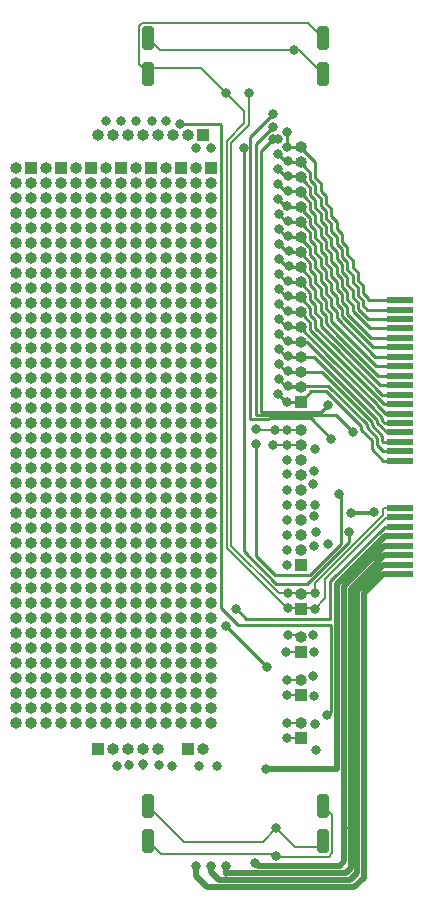
<source format=gbl>
%TF.GenerationSoftware,KiCad,Pcbnew,8.0.4*%
%TF.CreationDate,2025-01-30T01:36:05+01:00*%
%TF.ProjectId,uconsole-expansion-card-template,75636f6e-736f-46c6-952d-657870616e73,0.1*%
%TF.SameCoordinates,Original*%
%TF.FileFunction,Copper,L2,Bot*%
%TF.FilePolarity,Positive*%
%FSLAX46Y46*%
G04 Gerber Fmt 4.6, Leading zero omitted, Abs format (unit mm)*
G04 Created by KiCad (PCBNEW 8.0.4) date 2025-01-30 01:36:05*
%MOMM*%
%LPD*%
G01*
G04 APERTURE LIST*
G04 Aperture macros list*
%AMRoundRect*
0 Rectangle with rounded corners*
0 $1 Rounding radius*
0 $2 $3 $4 $5 $6 $7 $8 $9 X,Y pos of 4 corners*
0 Add a 4 corners polygon primitive as box body*
4,1,4,$2,$3,$4,$5,$6,$7,$8,$9,$2,$3,0*
0 Add four circle primitives for the rounded corners*
1,1,$1+$1,$2,$3*
1,1,$1+$1,$4,$5*
1,1,$1+$1,$6,$7*
1,1,$1+$1,$8,$9*
0 Add four rect primitives between the rounded corners*
20,1,$1+$1,$2,$3,$4,$5,0*
20,1,$1+$1,$4,$5,$6,$7,0*
20,1,$1+$1,$6,$7,$8,$9,0*
20,1,$1+$1,$8,$9,$2,$3,0*%
G04 Aperture macros list end*
%TA.AperFunction,ComponentPad*%
%ADD10R,1.000000X1.000000*%
%TD*%
%TA.AperFunction,ComponentPad*%
%ADD11O,1.000000X1.000000*%
%TD*%
%TA.AperFunction,ConnectorPad*%
%ADD12R,2.300000X0.600000*%
%TD*%
%TA.AperFunction,ConnectorPad*%
%ADD13RoundRect,0.250000X0.250000X0.750000X-0.250000X0.750000X-0.250000X-0.750000X0.250000X-0.750000X0*%
%TD*%
%TA.AperFunction,ViaPad*%
%ADD14C,0.800000*%
%TD*%
%TA.AperFunction,Conductor*%
%ADD15C,0.200000*%
%TD*%
%TA.AperFunction,Conductor*%
%ADD16C,0.500000*%
%TD*%
%TA.AperFunction,Conductor*%
%ADD17C,0.250000*%
%TD*%
%TA.AperFunction,Conductor*%
%ADD18C,0.300000*%
%TD*%
G04 APERTURE END LIST*
D10*
%TO.P,5V1,1,Pin_1*%
%TO.N,+5V*%
X90957600Y-126212800D03*
D11*
%TO.P,5V1,2,Pin_2*%
X92227600Y-126212800D03*
%TO.P,5V1,3,Pin_3*%
X93497600Y-126212800D03*
%TO.P,5V1,4,Pin_4*%
X94767600Y-126212800D03*
%TO.P,5V1,5,Pin_5*%
X96037600Y-126212800D03*
%TD*%
D10*
%TO.P,SPK_L1,1,Pin_1*%
%TO.N,/SPEAKER_LP*%
X108089200Y-125288000D03*
D11*
%TO.P,SPK_L1,2,Pin_2*%
%TO.N,/SPEAKER_LN*%
X108089200Y-124018000D03*
%TD*%
D10*
%TO.P,CAM1,1,Pin_1*%
%TO.N,/CAM1_DP3*%
X108077200Y-110566400D03*
D11*
%TO.P,CAM1,2,Pin_2*%
%TO.N,/CAM1_DN3*%
X108077200Y-109296400D03*
%TO.P,CAM1,3,Pin_3*%
%TO.N,/CAM1_DP2*%
X108077200Y-108026400D03*
%TO.P,CAM1,4,Pin_4*%
%TO.N,/CAM1_DN2*%
X108077200Y-106756400D03*
%TO.P,CAM1,5,Pin_5*%
%TO.N,/CAM1_CP*%
X108077200Y-105486400D03*
%TO.P,CAM1,6,Pin_6*%
%TO.N,/CAM1_CN*%
X108077200Y-104216400D03*
%TO.P,CAM1,7,Pin_7*%
%TO.N,/CAM1_DP1*%
X108077200Y-102946400D03*
%TO.P,CAM1,8,Pin_8*%
%TO.N,/CAM1_DN1*%
X108077200Y-101676400D03*
%TO.P,CAM1,9,Pin_9*%
%TO.N,/CAM1_DP0*%
X108077200Y-100406400D03*
%TO.P,CAM1,10,Pin_10*%
%TO.N,/CAM1_DN0*%
X108077200Y-99136400D03*
%TD*%
D10*
%TO.P,GROUND1,1,Pin_1*%
%TO.N,GND*%
X99827200Y-74207000D03*
D11*
%TO.P,GROUND1,2,Pin_2*%
X98557200Y-74207000D03*
%TO.P,GROUND1,3,Pin_3*%
X97287200Y-74207000D03*
%TO.P,GROUND1,4,Pin_4*%
X96017200Y-74207000D03*
%TO.P,GROUND1,5,Pin_5*%
X94747200Y-74207000D03*
%TO.P,GROUND1,6,Pin_6*%
X93477200Y-74207000D03*
%TO.P,GROUND1,7,Pin_7*%
X92207200Y-74207000D03*
%TO.P,GROUND1,8,Pin_8*%
X90937200Y-74207000D03*
%TD*%
D10*
%TO.P,9,1*%
%TO.N,N/C*%
X95402600Y-76977200D03*
D11*
%TO.P,9,2*%
X94132600Y-76977200D03*
%TO.P,9,3*%
X95402600Y-78247200D03*
%TO.P,9,4*%
X94132600Y-78247200D03*
%TO.P,9,5*%
X95402600Y-79517200D03*
%TO.P,9,6*%
X94132600Y-79517200D03*
%TO.P,9,7*%
X95402600Y-80787200D03*
%TO.P,9,8*%
X94132600Y-80787200D03*
%TO.P,9,9*%
X95402600Y-82057200D03*
%TO.P,9,10*%
X94132600Y-82057200D03*
%TO.P,9,11*%
X95402600Y-83327200D03*
%TO.P,9,12*%
X94132600Y-83327200D03*
%TO.P,9,13*%
X95402600Y-84597200D03*
%TO.P,9,14*%
X94132600Y-84597200D03*
%TO.P,9,15*%
X95402600Y-85867200D03*
%TO.P,9,16*%
X94132600Y-85867200D03*
%TO.P,9,17*%
X95402600Y-87137200D03*
%TO.P,9,18*%
X94132600Y-87137200D03*
%TO.P,9,19*%
X95402600Y-88407200D03*
%TO.P,9,20*%
X94132600Y-88407200D03*
%TO.P,9,21*%
X95402600Y-89677200D03*
%TO.P,9,22*%
X94132600Y-89677200D03*
%TO.P,9,23*%
X95402600Y-90947200D03*
%TO.P,9,24*%
X94132600Y-90947200D03*
%TO.P,9,25*%
X95402600Y-92217200D03*
%TO.P,9,26*%
X94132600Y-92217200D03*
%TO.P,9,27*%
X95402600Y-93487200D03*
%TO.P,9,28*%
X94132600Y-93487200D03*
%TO.P,9,29*%
X95402600Y-94757200D03*
%TO.P,9,30*%
X94132600Y-94757200D03*
%TO.P,9,31*%
X95402600Y-96027200D03*
%TO.P,9,32*%
X94132600Y-96027200D03*
%TO.P,9,33*%
X95402600Y-97297200D03*
%TO.P,9,34*%
X94132600Y-97297200D03*
%TO.P,9,35*%
X95402600Y-98567200D03*
%TO.P,9,36*%
X94132600Y-98567200D03*
%TO.P,9,37*%
X95402600Y-99837200D03*
%TO.P,9,38*%
X94132600Y-99837200D03*
%TO.P,9,39*%
X95402600Y-101107200D03*
%TO.P,9,40*%
X94132600Y-101107200D03*
%TO.P,9,41*%
X95402600Y-102377200D03*
%TO.P,9,42*%
X94132600Y-102377200D03*
%TO.P,9,43*%
X95402600Y-103647200D03*
%TO.P,9,44*%
X94132600Y-103647200D03*
%TO.P,9,45*%
X95402600Y-104917200D03*
%TO.P,9,46*%
X94132600Y-104917200D03*
%TO.P,9,47*%
X95402600Y-106187200D03*
%TO.P,9,48*%
X94132600Y-106187200D03*
%TO.P,9,49*%
X95402600Y-107457200D03*
%TO.P,9,50*%
X94132600Y-107457200D03*
%TO.P,9,51*%
X95402600Y-108727200D03*
%TO.P,9,52*%
X94132600Y-108727200D03*
%TO.P,9,53*%
X95402600Y-109997200D03*
%TO.P,9,54*%
X94132600Y-109997200D03*
%TO.P,9,55*%
X95402600Y-111267200D03*
%TO.P,9,56*%
X94132600Y-111267200D03*
%TO.P,9,57*%
X95402600Y-112537200D03*
%TO.P,9,58*%
X94132600Y-112537200D03*
%TO.P,9,59*%
X95402600Y-113807200D03*
%TO.P,9,60*%
X94132600Y-113807200D03*
%TO.P,9,61*%
X95402600Y-115077200D03*
%TO.P,9,62*%
X94132600Y-115077200D03*
%TO.P,9,63*%
X95402600Y-116347200D03*
%TO.P,9,64*%
X94132600Y-116347200D03*
%TO.P,9,65*%
X95402600Y-117617200D03*
%TO.P,9,66*%
X94132600Y-117617200D03*
%TO.P,9,67*%
X95402600Y-118887200D03*
%TO.P,9,68*%
X94132600Y-118887200D03*
%TO.P,9,69*%
X95402600Y-120157200D03*
%TO.P,9,70*%
X94132600Y-120157200D03*
%TO.P,9,71*%
X95402600Y-121427200D03*
%TO.P,9,72*%
X94132600Y-121427200D03*
%TO.P,9,73*%
X95402600Y-122697200D03*
%TO.P,9,74*%
X94132600Y-122697200D03*
%TO.P,9,75*%
X95402600Y-123967200D03*
%TO.P,9,76*%
X94132600Y-123967200D03*
%TD*%
D10*
%TO.P,13,1*%
%TO.N,N/C*%
X100482600Y-76962200D03*
D11*
%TO.P,13,2*%
X99212600Y-76962200D03*
%TO.P,13,3*%
X100482600Y-78232200D03*
%TO.P,13,4*%
X99212600Y-78232200D03*
%TO.P,13,5*%
X100482600Y-79502200D03*
%TO.P,13,6*%
X99212600Y-79502200D03*
%TO.P,13,7*%
X100482600Y-80772200D03*
%TO.P,13,8*%
X99212600Y-80772200D03*
%TO.P,13,9*%
X100482600Y-82042200D03*
%TO.P,13,10*%
X99212600Y-82042200D03*
%TO.P,13,11*%
X100482600Y-83312200D03*
%TO.P,13,12*%
X99212600Y-83312200D03*
%TO.P,13,13*%
X100482600Y-84582200D03*
%TO.P,13,14*%
X99212600Y-84582200D03*
%TO.P,13,15*%
X100482600Y-85852200D03*
%TO.P,13,16*%
X99212600Y-85852200D03*
%TO.P,13,17*%
X100482600Y-87122200D03*
%TO.P,13,18*%
X99212600Y-87122200D03*
%TO.P,13,19*%
X100482600Y-88392200D03*
%TO.P,13,20*%
X99212600Y-88392200D03*
%TO.P,13,21*%
X100482600Y-89662200D03*
%TO.P,13,22*%
X99212600Y-89662200D03*
%TO.P,13,23*%
X100482600Y-90932200D03*
%TO.P,13,24*%
X99212600Y-90932200D03*
%TO.P,13,25*%
X100482600Y-92202200D03*
%TO.P,13,26*%
X99212600Y-92202200D03*
%TO.P,13,27*%
X100482600Y-93472200D03*
%TO.P,13,28*%
X99212600Y-93472200D03*
%TO.P,13,29*%
X100482600Y-94742200D03*
%TO.P,13,30*%
X99212600Y-94742200D03*
%TO.P,13,31*%
X100482600Y-96012200D03*
%TO.P,13,32*%
X99212600Y-96012200D03*
%TO.P,13,33*%
X100482600Y-97282200D03*
%TO.P,13,34*%
X99212600Y-97282200D03*
%TO.P,13,35*%
X100482600Y-98552200D03*
%TO.P,13,36*%
X99212600Y-98552200D03*
%TO.P,13,37*%
X100482600Y-99822200D03*
%TO.P,13,38*%
X99212600Y-99822200D03*
%TO.P,13,39*%
X100482600Y-101092200D03*
%TO.P,13,40*%
X99212600Y-101092200D03*
%TO.P,13,41*%
X100482600Y-102362200D03*
%TO.P,13,42*%
X99212600Y-102362200D03*
%TO.P,13,43*%
X100482600Y-103632200D03*
%TO.P,13,44*%
X99212600Y-103632200D03*
%TO.P,13,45*%
X100482600Y-104902200D03*
%TO.P,13,46*%
X99212600Y-104902200D03*
%TO.P,13,47*%
X100482600Y-106172200D03*
%TO.P,13,48*%
X99212600Y-106172200D03*
%TO.P,13,49*%
X100482600Y-107442200D03*
%TO.P,13,50*%
X99212600Y-107442200D03*
%TO.P,13,51*%
X100482600Y-108712200D03*
%TO.P,13,52*%
X99212600Y-108712200D03*
%TO.P,13,53*%
X100482600Y-109982200D03*
%TO.P,13,54*%
X99212600Y-109982200D03*
%TO.P,13,55*%
X100482600Y-111252200D03*
%TO.P,13,56*%
X99212600Y-111252200D03*
%TO.P,13,57*%
X100482600Y-112522200D03*
%TO.P,13,58*%
X99212600Y-112522200D03*
%TO.P,13,59*%
X100482600Y-113792200D03*
%TO.P,13,60*%
X99212600Y-113792200D03*
%TO.P,13,61*%
X100482600Y-115062200D03*
%TO.P,13,62*%
X99212600Y-115062200D03*
%TO.P,13,63*%
X100482600Y-116332200D03*
%TO.P,13,64*%
X99212600Y-116332200D03*
%TO.P,13,65*%
X100482600Y-117602200D03*
%TO.P,13,66*%
X99212600Y-117602200D03*
%TO.P,13,67*%
X100482600Y-118872200D03*
%TO.P,13,68*%
X99212600Y-118872200D03*
%TO.P,13,69*%
X100482600Y-120142200D03*
%TO.P,13,70*%
X99212600Y-120142200D03*
%TO.P,13,71*%
X100482600Y-121412200D03*
%TO.P,13,72*%
X99212600Y-121412200D03*
%TO.P,13,73*%
X100482600Y-122682200D03*
%TO.P,13,74*%
X99212600Y-122682200D03*
%TO.P,13,75*%
X100482600Y-123952200D03*
%TO.P,13,76*%
X99212600Y-123952200D03*
%TD*%
D12*
%TO.P,U1,2,5V*%
%TO.N,+5V*%
X116485000Y-111380000D03*
%TO.P,U1,4,5V*%
X116485000Y-110580000D03*
%TO.P,U1,6,5V*%
X116485000Y-109780000D03*
%TO.P,U1,8,5V*%
X116485000Y-108980000D03*
%TO.P,U1,10,5V*%
X116485000Y-108180000D03*
%TO.P,U1,12,GND*%
%TO.N,GND*%
X116485000Y-107380000D03*
%TO.P,U1,14,SPK_RP*%
%TO.N,/SPEAKER_RP*%
X116485000Y-106580000D03*
%TO.P,U1,16,SPK_RN*%
%TO.N,/SPEAKER_RN*%
X116485000Y-105780000D03*
%TO.P,U1,18,GPIO28*%
%TO.N,/GPIO28*%
X116485000Y-101780000D03*
%TO.P,U1,20,GPIO29*%
%TO.N,/GPIO29*%
X116485000Y-100980000D03*
%TO.P,U1,22,GPIO30*%
%TO.N,/GPIO30*%
X116485000Y-100180000D03*
%TO.P,U1,24,GPIO31*%
%TO.N,/GPIO31*%
X116485000Y-99380000D03*
%TO.P,U1,26,GPIO32*%
%TO.N,/GPIO32*%
X116485000Y-98580000D03*
%TO.P,U1,28,GPIO33*%
%TO.N,/GPIO33*%
X116485000Y-97780000D03*
%TO.P,U1,30,GPIO34*%
%TO.N,/GPIO34*%
X116485000Y-96980000D03*
%TO.P,U1,32,GPIO35*%
%TO.N,/GPIO35*%
X116485000Y-96180000D03*
%TO.P,U1,34,GPIO36*%
%TO.N,/GPIO36*%
X116485000Y-95380000D03*
%TO.P,U1,36,GPIO37*%
%TO.N,/GPIO37*%
X116485000Y-94580000D03*
%TO.P,U1,38,GPIO38*%
%TO.N,/GPIO38*%
X116485000Y-93780000D03*
%TO.P,U1,40,GPIO39*%
%TO.N,/GPIO39*%
X116485000Y-92980000D03*
%TO.P,U1,42,GPIO40*%
%TO.N,/GPIO40*%
X116485000Y-92180000D03*
%TO.P,U1,44,GPIO41*%
%TO.N,/GPIO41*%
X116485000Y-91380000D03*
%TO.P,U1,46,GPIO42*%
%TO.N,/GPIO42*%
X116485000Y-90580000D03*
%TO.P,U1,48,GPIO43*%
%TO.N,/GPIO43*%
X116485000Y-89780000D03*
%TO.P,U1,50,GPIO44*%
%TO.N,/GPIO44*%
X116485000Y-88980000D03*
%TO.P,U1,52,GPIO45*%
%TO.N,/GPIO45*%
X116485000Y-88180000D03*
%TD*%
D10*
%TO.P,11,1*%
%TO.N,N/C*%
X97942600Y-76962200D03*
D11*
%TO.P,11,2*%
X96672600Y-76962200D03*
%TO.P,11,3*%
X97942600Y-78232200D03*
%TO.P,11,4*%
X96672600Y-78232200D03*
%TO.P,11,5*%
X97942600Y-79502200D03*
%TO.P,11,6*%
X96672600Y-79502200D03*
%TO.P,11,7*%
X97942600Y-80772200D03*
%TO.P,11,8*%
X96672600Y-80772200D03*
%TO.P,11,9*%
X97942600Y-82042200D03*
%TO.P,11,10*%
X96672600Y-82042200D03*
%TO.P,11,11*%
X97942600Y-83312200D03*
%TO.P,11,12*%
X96672600Y-83312200D03*
%TO.P,11,13*%
X97942600Y-84582200D03*
%TO.P,11,14*%
X96672600Y-84582200D03*
%TO.P,11,15*%
X97942600Y-85852200D03*
%TO.P,11,16*%
X96672600Y-85852200D03*
%TO.P,11,17*%
X97942600Y-87122200D03*
%TO.P,11,18*%
X96672600Y-87122200D03*
%TO.P,11,19*%
X97942600Y-88392200D03*
%TO.P,11,20*%
X96672600Y-88392200D03*
%TO.P,11,21*%
X97942600Y-89662200D03*
%TO.P,11,22*%
X96672600Y-89662200D03*
%TO.P,11,23*%
X97942600Y-90932200D03*
%TO.P,11,24*%
X96672600Y-90932200D03*
%TO.P,11,25*%
X97942600Y-92202200D03*
%TO.P,11,26*%
X96672600Y-92202200D03*
%TO.P,11,27*%
X97942600Y-93472200D03*
%TO.P,11,28*%
X96672600Y-93472200D03*
%TO.P,11,29*%
X97942600Y-94742200D03*
%TO.P,11,30*%
X96672600Y-94742200D03*
%TO.P,11,31*%
X97942600Y-96012200D03*
%TO.P,11,32*%
X96672600Y-96012200D03*
%TO.P,11,33*%
X97942600Y-97282200D03*
%TO.P,11,34*%
X96672600Y-97282200D03*
%TO.P,11,35*%
X97942600Y-98552200D03*
%TO.P,11,36*%
X96672600Y-98552200D03*
%TO.P,11,37*%
X97942600Y-99822200D03*
%TO.P,11,38*%
X96672600Y-99822200D03*
%TO.P,11,39*%
X97942600Y-101092200D03*
%TO.P,11,40*%
X96672600Y-101092200D03*
%TO.P,11,41*%
X97942600Y-102362200D03*
%TO.P,11,42*%
X96672600Y-102362200D03*
%TO.P,11,43*%
X97942600Y-103632200D03*
%TO.P,11,44*%
X96672600Y-103632200D03*
%TO.P,11,45*%
X97942600Y-104902200D03*
%TO.P,11,46*%
X96672600Y-104902200D03*
%TO.P,11,47*%
X97942600Y-106172200D03*
%TO.P,11,48*%
X96672600Y-106172200D03*
%TO.P,11,49*%
X97942600Y-107442200D03*
%TO.P,11,50*%
X96672600Y-107442200D03*
%TO.P,11,51*%
X97942600Y-108712200D03*
%TO.P,11,52*%
X96672600Y-108712200D03*
%TO.P,11,53*%
X97942600Y-109982200D03*
%TO.P,11,54*%
X96672600Y-109982200D03*
%TO.P,11,55*%
X97942600Y-111252200D03*
%TO.P,11,56*%
X96672600Y-111252200D03*
%TO.P,11,57*%
X97942600Y-112522200D03*
%TO.P,11,58*%
X96672600Y-112522200D03*
%TO.P,11,59*%
X97942600Y-113792200D03*
%TO.P,11,60*%
X96672600Y-113792200D03*
%TO.P,11,61*%
X97942600Y-115062200D03*
%TO.P,11,62*%
X96672600Y-115062200D03*
%TO.P,11,63*%
X97942600Y-116332200D03*
%TO.P,11,64*%
X96672600Y-116332200D03*
%TO.P,11,65*%
X97942600Y-117602200D03*
%TO.P,11,66*%
X96672600Y-117602200D03*
%TO.P,11,67*%
X97942600Y-118872200D03*
%TO.P,11,68*%
X96672600Y-118872200D03*
%TO.P,11,69*%
X97942600Y-120142200D03*
%TO.P,11,70*%
X96672600Y-120142200D03*
%TO.P,11,71*%
X97942600Y-121412200D03*
%TO.P,11,72*%
X96672600Y-121412200D03*
%TO.P,11,73*%
X97942600Y-122682200D03*
%TO.P,11,74*%
X96672600Y-122682200D03*
%TO.P,11,75*%
X97942600Y-123952200D03*
%TO.P,11,76*%
X96672600Y-123952200D03*
%TD*%
D10*
%TO.P,GPIO1,1,Pin_1*%
%TO.N,/GPIO28*%
X108077200Y-96774200D03*
D11*
%TO.P,GPIO1,2,Pin_2*%
%TO.N,/GPIO29*%
X108077200Y-95504200D03*
%TO.P,GPIO1,3,Pin_3*%
%TO.N,/GPIO30*%
X108077200Y-94234200D03*
%TO.P,GPIO1,4,Pin_4*%
%TO.N,/GPIO31*%
X108077200Y-92964200D03*
%TO.P,GPIO1,5,Pin_5*%
%TO.N,/GPIO32*%
X108077200Y-91694200D03*
%TO.P,GPIO1,6,Pin_6*%
%TO.N,/GPIO33*%
X108077200Y-90424200D03*
%TO.P,GPIO1,7,Pin_7*%
%TO.N,/GPIO34*%
X108077200Y-89154200D03*
%TO.P,GPIO1,8,Pin_8*%
%TO.N,/GPIO35*%
X108077200Y-87884200D03*
%TO.P,GPIO1,9,Pin_9*%
%TO.N,/GPIO36*%
X108077200Y-86614200D03*
%TO.P,GPIO1,10,Pin_10*%
%TO.N,/GPIO37*%
X108077200Y-85344200D03*
%TO.P,GPIO1,11,Pin_11*%
%TO.N,/GPIO38*%
X108077200Y-84074200D03*
%TO.P,GPIO1,12,Pin_12*%
%TO.N,/GPIO39*%
X108077200Y-82804200D03*
%TO.P,GPIO1,13,Pin_13*%
%TO.N,/GPIO40*%
X108077200Y-81534200D03*
%TO.P,GPIO1,14,Pin_14*%
%TO.N,/GPIO41*%
X108077200Y-80264200D03*
%TO.P,GPIO1,15,Pin_15*%
%TO.N,/GPIO42*%
X108077200Y-78994200D03*
%TO.P,GPIO1,16,Pin_16*%
%TO.N,/GPIO43*%
X108077200Y-77724200D03*
%TO.P,GPIO1,17,Pin_17*%
%TO.N,/GPIO44*%
X108077200Y-76454200D03*
%TO.P,GPIO1,18,Pin_18*%
%TO.N,/GPIO45*%
X108077200Y-75184200D03*
%TD*%
D10*
%TO.P,5,1*%
%TO.N,N/C*%
X90322600Y-76962200D03*
D11*
%TO.P,5,2*%
X89052600Y-76962200D03*
%TO.P,5,3*%
X90322600Y-78232200D03*
%TO.P,5,4*%
X89052600Y-78232200D03*
%TO.P,5,5*%
X90322600Y-79502200D03*
%TO.P,5,6*%
X89052600Y-79502200D03*
%TO.P,5,7*%
X90322600Y-80772200D03*
%TO.P,5,8*%
X89052600Y-80772200D03*
%TO.P,5,9*%
X90322600Y-82042200D03*
%TO.P,5,10*%
X89052600Y-82042200D03*
%TO.P,5,11*%
X90322600Y-83312200D03*
%TO.P,5,12*%
X89052600Y-83312200D03*
%TO.P,5,13*%
X90322600Y-84582200D03*
%TO.P,5,14*%
X89052600Y-84582200D03*
%TO.P,5,15*%
X90322600Y-85852200D03*
%TO.P,5,16*%
X89052600Y-85852200D03*
%TO.P,5,17*%
X90322600Y-87122200D03*
%TO.P,5,18*%
X89052600Y-87122200D03*
%TO.P,5,19*%
X90322600Y-88392200D03*
%TO.P,5,20*%
X89052600Y-88392200D03*
%TO.P,5,21*%
X90322600Y-89662200D03*
%TO.P,5,22*%
X89052600Y-89662200D03*
%TO.P,5,23*%
X90322600Y-90932200D03*
%TO.P,5,24*%
X89052600Y-90932200D03*
%TO.P,5,25*%
X90322600Y-92202200D03*
%TO.P,5,26*%
X89052600Y-92202200D03*
%TO.P,5,27*%
X90322600Y-93472200D03*
%TO.P,5,28*%
X89052600Y-93472200D03*
%TO.P,5,29*%
X90322600Y-94742200D03*
%TO.P,5,30*%
X89052600Y-94742200D03*
%TO.P,5,31*%
X90322600Y-96012200D03*
%TO.P,5,32*%
X89052600Y-96012200D03*
%TO.P,5,33*%
X90322600Y-97282200D03*
%TO.P,5,34*%
X89052600Y-97282200D03*
%TO.P,5,35*%
X90322600Y-98552200D03*
%TO.P,5,36*%
X89052600Y-98552200D03*
%TO.P,5,37*%
X90322600Y-99822200D03*
%TO.P,5,38*%
X89052600Y-99822200D03*
%TO.P,5,39*%
X90322600Y-101092200D03*
%TO.P,5,40*%
X89052600Y-101092200D03*
%TO.P,5,41*%
X90322600Y-102362200D03*
%TO.P,5,42*%
X89052600Y-102362200D03*
%TO.P,5,43*%
X90322600Y-103632200D03*
%TO.P,5,44*%
X89052600Y-103632200D03*
%TO.P,5,45*%
X90322600Y-104902200D03*
%TO.P,5,46*%
X89052600Y-104902200D03*
%TO.P,5,47*%
X90322600Y-106172200D03*
%TO.P,5,48*%
X89052600Y-106172200D03*
%TO.P,5,49*%
X90322600Y-107442200D03*
%TO.P,5,50*%
X89052600Y-107442200D03*
%TO.P,5,51*%
X90322600Y-108712200D03*
%TO.P,5,52*%
X89052600Y-108712200D03*
%TO.P,5,53*%
X90322600Y-109982200D03*
%TO.P,5,54*%
X89052600Y-109982200D03*
%TO.P,5,55*%
X90322600Y-111252200D03*
%TO.P,5,56*%
X89052600Y-111252200D03*
%TO.P,5,57*%
X90322600Y-112522200D03*
%TO.P,5,58*%
X89052600Y-112522200D03*
%TO.P,5,59*%
X90322600Y-113792200D03*
%TO.P,5,60*%
X89052600Y-113792200D03*
%TO.P,5,61*%
X90322600Y-115062200D03*
%TO.P,5,62*%
X89052600Y-115062200D03*
%TO.P,5,63*%
X90322600Y-116332200D03*
%TO.P,5,64*%
X89052600Y-116332200D03*
%TO.P,5,65*%
X90322600Y-117602200D03*
%TO.P,5,66*%
X89052600Y-117602200D03*
%TO.P,5,67*%
X90322600Y-118872200D03*
%TO.P,5,68*%
X89052600Y-118872200D03*
%TO.P,5,69*%
X90322600Y-120142200D03*
%TO.P,5,70*%
X89052600Y-120142200D03*
%TO.P,5,71*%
X90322600Y-121412200D03*
%TO.P,5,72*%
X89052600Y-121412200D03*
%TO.P,5,73*%
X90322600Y-122682200D03*
%TO.P,5,74*%
X89052600Y-122682200D03*
%TO.P,5,75*%
X90322600Y-123952200D03*
%TO.P,5,76*%
X89052600Y-123952200D03*
%TD*%
D10*
%TO.P,1,1*%
%TO.N,N/C*%
X85252600Y-76977200D03*
D11*
%TO.P,1,2*%
X83982600Y-76977200D03*
%TO.P,1,3*%
X85252600Y-78247200D03*
%TO.P,1,4*%
X83982600Y-78247200D03*
%TO.P,1,5*%
X85252600Y-79517200D03*
%TO.P,1,6*%
X83982600Y-79517200D03*
%TO.P,1,7*%
X85252600Y-80787200D03*
%TO.P,1,8*%
X83982600Y-80787200D03*
%TO.P,1,9*%
X85252600Y-82057200D03*
%TO.P,1,10*%
X83982600Y-82057200D03*
%TO.P,1,11*%
X85252600Y-83327200D03*
%TO.P,1,12*%
X83982600Y-83327200D03*
%TO.P,1,13*%
X85252600Y-84597200D03*
%TO.P,1,14*%
X83982600Y-84597200D03*
%TO.P,1,15*%
X85252600Y-85867200D03*
%TO.P,1,16*%
X83982600Y-85867200D03*
%TO.P,1,17*%
X85252600Y-87137200D03*
%TO.P,1,18*%
X83982600Y-87137200D03*
%TO.P,1,19*%
X85252600Y-88407200D03*
%TO.P,1,20*%
X83982600Y-88407200D03*
%TO.P,1,21*%
X85252600Y-89677200D03*
%TO.P,1,22*%
X83982600Y-89677200D03*
%TO.P,1,23*%
X85252600Y-90947200D03*
%TO.P,1,24*%
X83982600Y-90947200D03*
%TO.P,1,25*%
X85252600Y-92217200D03*
%TO.P,1,26*%
X83982600Y-92217200D03*
%TO.P,1,27*%
X85252600Y-93487200D03*
%TO.P,1,28*%
X83982600Y-93487200D03*
%TO.P,1,29*%
X85252600Y-94757200D03*
%TO.P,1,30*%
X83982600Y-94757200D03*
%TO.P,1,31*%
X85252600Y-96027200D03*
%TO.P,1,32*%
X83982600Y-96027200D03*
%TO.P,1,33*%
X85252600Y-97297200D03*
%TO.P,1,34*%
X83982600Y-97297200D03*
%TO.P,1,35*%
X85252600Y-98567200D03*
%TO.P,1,36*%
X83982600Y-98567200D03*
%TO.P,1,37*%
X85252600Y-99837200D03*
%TO.P,1,38*%
X83982600Y-99837200D03*
%TO.P,1,39*%
X85252600Y-101107200D03*
%TO.P,1,40*%
X83982600Y-101107200D03*
%TO.P,1,41*%
X85252600Y-102377200D03*
%TO.P,1,42*%
X83982600Y-102377200D03*
%TO.P,1,43*%
X85252600Y-103647200D03*
%TO.P,1,44*%
X83982600Y-103647200D03*
%TO.P,1,45*%
X85252600Y-104917200D03*
%TO.P,1,46*%
X83982600Y-104917200D03*
%TO.P,1,47*%
X85252600Y-106187200D03*
%TO.P,1,48*%
X83982600Y-106187200D03*
%TO.P,1,49*%
X85252600Y-107457200D03*
%TO.P,1,50*%
X83982600Y-107457200D03*
%TO.P,1,51*%
X85252600Y-108727200D03*
%TO.P,1,52*%
X83982600Y-108727200D03*
%TO.P,1,53*%
X85252600Y-109997200D03*
%TO.P,1,54*%
X83982600Y-109997200D03*
%TO.P,1,55*%
X85252600Y-111267200D03*
%TO.P,1,56*%
X83982600Y-111267200D03*
%TO.P,1,57*%
X85252600Y-112537200D03*
%TO.P,1,58*%
X83982600Y-112537200D03*
%TO.P,1,59*%
X85252600Y-113807200D03*
%TO.P,1,60*%
X83982600Y-113807200D03*
%TO.P,1,61*%
X85252600Y-115077200D03*
%TO.P,1,62*%
X83982600Y-115077200D03*
%TO.P,1,63*%
X85252600Y-116347200D03*
%TO.P,1,64*%
X83982600Y-116347200D03*
%TO.P,1,65*%
X85252600Y-117617200D03*
%TO.P,1,66*%
X83982600Y-117617200D03*
%TO.P,1,67*%
X85252600Y-118887200D03*
%TO.P,1,68*%
X83982600Y-118887200D03*
%TO.P,1,69*%
X85252600Y-120157200D03*
%TO.P,1,70*%
X83982600Y-120157200D03*
%TO.P,1,71*%
X85252600Y-121427200D03*
%TO.P,1,72*%
X83982600Y-121427200D03*
%TO.P,1,73*%
X85252600Y-122697200D03*
%TO.P,1,74*%
X83982600Y-122697200D03*
%TO.P,1,75*%
X85252600Y-123967200D03*
%TO.P,1,76*%
X83982600Y-123967200D03*
%TD*%
D10*
%TO.P,3,1*%
%TO.N,N/C*%
X87782600Y-76962200D03*
D11*
%TO.P,3,2*%
X86512600Y-76962200D03*
%TO.P,3,3*%
X87782600Y-78232200D03*
%TO.P,3,4*%
X86512600Y-78232200D03*
%TO.P,3,5*%
X87782600Y-79502200D03*
%TO.P,3,6*%
X86512600Y-79502200D03*
%TO.P,3,7*%
X87782600Y-80772200D03*
%TO.P,3,8*%
X86512600Y-80772200D03*
%TO.P,3,9*%
X87782600Y-82042200D03*
%TO.P,3,10*%
X86512600Y-82042200D03*
%TO.P,3,11*%
X87782600Y-83312200D03*
%TO.P,3,12*%
X86512600Y-83312200D03*
%TO.P,3,13*%
X87782600Y-84582200D03*
%TO.P,3,14*%
X86512600Y-84582200D03*
%TO.P,3,15*%
X87782600Y-85852200D03*
%TO.P,3,16*%
X86512600Y-85852200D03*
%TO.P,3,17*%
X87782600Y-87122200D03*
%TO.P,3,18*%
X86512600Y-87122200D03*
%TO.P,3,19*%
X87782600Y-88392200D03*
%TO.P,3,20*%
X86512600Y-88392200D03*
%TO.P,3,21*%
X87782600Y-89662200D03*
%TO.P,3,22*%
X86512600Y-89662200D03*
%TO.P,3,23*%
X87782600Y-90932200D03*
%TO.P,3,24*%
X86512600Y-90932200D03*
%TO.P,3,25*%
X87782600Y-92202200D03*
%TO.P,3,26*%
X86512600Y-92202200D03*
%TO.P,3,27*%
X87782600Y-93472200D03*
%TO.P,3,28*%
X86512600Y-93472200D03*
%TO.P,3,29*%
X87782600Y-94742200D03*
%TO.P,3,30*%
X86512600Y-94742200D03*
%TO.P,3,31*%
X87782600Y-96012200D03*
%TO.P,3,32*%
X86512600Y-96012200D03*
%TO.P,3,33*%
X87782600Y-97282200D03*
%TO.P,3,34*%
X86512600Y-97282200D03*
%TO.P,3,35*%
X87782600Y-98552200D03*
%TO.P,3,36*%
X86512600Y-98552200D03*
%TO.P,3,37*%
X87782600Y-99822200D03*
%TO.P,3,38*%
X86512600Y-99822200D03*
%TO.P,3,39*%
X87782600Y-101092200D03*
%TO.P,3,40*%
X86512600Y-101092200D03*
%TO.P,3,41*%
X87782600Y-102362200D03*
%TO.P,3,42*%
X86512600Y-102362200D03*
%TO.P,3,43*%
X87782600Y-103632200D03*
%TO.P,3,44*%
X86512600Y-103632200D03*
%TO.P,3,45*%
X87782600Y-104902200D03*
%TO.P,3,46*%
X86512600Y-104902200D03*
%TO.P,3,47*%
X87782600Y-106172200D03*
%TO.P,3,48*%
X86512600Y-106172200D03*
%TO.P,3,49*%
X87782600Y-107442200D03*
%TO.P,3,50*%
X86512600Y-107442200D03*
%TO.P,3,51*%
X87782600Y-108712200D03*
%TO.P,3,52*%
X86512600Y-108712200D03*
%TO.P,3,53*%
X87782600Y-109982200D03*
%TO.P,3,54*%
X86512600Y-109982200D03*
%TO.P,3,55*%
X87782600Y-111252200D03*
%TO.P,3,56*%
X86512600Y-111252200D03*
%TO.P,3,57*%
X87782600Y-112522200D03*
%TO.P,3,58*%
X86512600Y-112522200D03*
%TO.P,3,59*%
X87782600Y-113792200D03*
%TO.P,3,60*%
X86512600Y-113792200D03*
%TO.P,3,61*%
X87782600Y-115062200D03*
%TO.P,3,62*%
X86512600Y-115062200D03*
%TO.P,3,63*%
X87782600Y-116332200D03*
%TO.P,3,64*%
X86512600Y-116332200D03*
%TO.P,3,65*%
X87782600Y-117602200D03*
%TO.P,3,66*%
X86512600Y-117602200D03*
%TO.P,3,67*%
X87782600Y-118872200D03*
%TO.P,3,68*%
X86512600Y-118872200D03*
%TO.P,3,69*%
X87782600Y-120142200D03*
%TO.P,3,70*%
X86512600Y-120142200D03*
%TO.P,3,71*%
X87782600Y-121412200D03*
%TO.P,3,72*%
X86512600Y-121412200D03*
%TO.P,3,73*%
X87782600Y-122682200D03*
%TO.P,3,74*%
X86512600Y-122682200D03*
%TO.P,3,75*%
X87782600Y-123952200D03*
%TO.P,3,76*%
X86512600Y-123952200D03*
%TD*%
D10*
%TO.P,USB3,1,Pin_1*%
%TO.N,/USB3_D+*%
X108089200Y-121630400D03*
D11*
%TO.P,USB3,2,Pin_2*%
%TO.N,/USB3_D-*%
X108089200Y-120360400D03*
%TD*%
D10*
%TO.P,SPK_R1,1,Pin_1*%
%TO.N,/SPEAKER_RP*%
X108089200Y-114289800D03*
D11*
%TO.P,SPK_R1,2,Pin_2*%
%TO.N,/SPEAKER_RN*%
X108089200Y-113019800D03*
%TD*%
D10*
%TO.P,7,1*%
%TO.N,N/C*%
X92862600Y-76977200D03*
D11*
%TO.P,7,2*%
X91592600Y-76977200D03*
%TO.P,7,3*%
X92862600Y-78247200D03*
%TO.P,7,4*%
X91592600Y-78247200D03*
%TO.P,7,5*%
X92862600Y-79517200D03*
%TO.P,7,6*%
X91592600Y-79517200D03*
%TO.P,7,7*%
X92862600Y-80787200D03*
%TO.P,7,8*%
X91592600Y-80787200D03*
%TO.P,7,9*%
X92862600Y-82057200D03*
%TO.P,7,10*%
X91592600Y-82057200D03*
%TO.P,7,11*%
X92862600Y-83327200D03*
%TO.P,7,12*%
X91592600Y-83327200D03*
%TO.P,7,13*%
X92862600Y-84597200D03*
%TO.P,7,14*%
X91592600Y-84597200D03*
%TO.P,7,15*%
X92862600Y-85867200D03*
%TO.P,7,16*%
X91592600Y-85867200D03*
%TO.P,7,17*%
X92862600Y-87137200D03*
%TO.P,7,18*%
X91592600Y-87137200D03*
%TO.P,7,19*%
X92862600Y-88407200D03*
%TO.P,7,20*%
X91592600Y-88407200D03*
%TO.P,7,21*%
X92862600Y-89677200D03*
%TO.P,7,22*%
X91592600Y-89677200D03*
%TO.P,7,23*%
X92862600Y-90947200D03*
%TO.P,7,24*%
X91592600Y-90947200D03*
%TO.P,7,25*%
X92862600Y-92217200D03*
%TO.P,7,26*%
X91592600Y-92217200D03*
%TO.P,7,27*%
X92862600Y-93487200D03*
%TO.P,7,28*%
X91592600Y-93487200D03*
%TO.P,7,29*%
X92862600Y-94757200D03*
%TO.P,7,30*%
X91592600Y-94757200D03*
%TO.P,7,31*%
X92862600Y-96027200D03*
%TO.P,7,32*%
X91592600Y-96027200D03*
%TO.P,7,33*%
X92862600Y-97297200D03*
%TO.P,7,34*%
X91592600Y-97297200D03*
%TO.P,7,35*%
X92862600Y-98567200D03*
%TO.P,7,36*%
X91592600Y-98567200D03*
%TO.P,7,37*%
X92862600Y-99837200D03*
%TO.P,7,38*%
X91592600Y-99837200D03*
%TO.P,7,39*%
X92862600Y-101107200D03*
%TO.P,7,40*%
X91592600Y-101107200D03*
%TO.P,7,41*%
X92862600Y-102377200D03*
%TO.P,7,42*%
X91592600Y-102377200D03*
%TO.P,7,43*%
X92862600Y-103647200D03*
%TO.P,7,44*%
X91592600Y-103647200D03*
%TO.P,7,45*%
X92862600Y-104917200D03*
%TO.P,7,46*%
X91592600Y-104917200D03*
%TO.P,7,47*%
X92862600Y-106187200D03*
%TO.P,7,48*%
X91592600Y-106187200D03*
%TO.P,7,49*%
X92862600Y-107457200D03*
%TO.P,7,50*%
X91592600Y-107457200D03*
%TO.P,7,51*%
X92862600Y-108727200D03*
%TO.P,7,52*%
X91592600Y-108727200D03*
%TO.P,7,53*%
X92862600Y-109997200D03*
%TO.P,7,54*%
X91592600Y-109997200D03*
%TO.P,7,55*%
X92862600Y-111267200D03*
%TO.P,7,56*%
X91592600Y-111267200D03*
%TO.P,7,57*%
X92862600Y-112537200D03*
%TO.P,7,58*%
X91592600Y-112537200D03*
%TO.P,7,59*%
X92862600Y-113807200D03*
%TO.P,7,60*%
X91592600Y-113807200D03*
%TO.P,7,61*%
X92862600Y-115077200D03*
%TO.P,7,62*%
X91592600Y-115077200D03*
%TO.P,7,63*%
X92862600Y-116347200D03*
%TO.P,7,64*%
X91592600Y-116347200D03*
%TO.P,7,65*%
X92862600Y-117617200D03*
%TO.P,7,66*%
X91592600Y-117617200D03*
%TO.P,7,67*%
X92862600Y-118887200D03*
%TO.P,7,68*%
X91592600Y-118887200D03*
%TO.P,7,69*%
X92862600Y-120157200D03*
%TO.P,7,70*%
X91592600Y-120157200D03*
%TO.P,7,71*%
X92862600Y-121427200D03*
%TO.P,7,72*%
X91592600Y-121427200D03*
%TO.P,7,73*%
X92862600Y-122697200D03*
%TO.P,7,74*%
X91592600Y-122697200D03*
%TO.P,7,75*%
X92862600Y-123967200D03*
%TO.P,7,76*%
X91592600Y-123967200D03*
%TD*%
D10*
%TO.P,3V1,1,Pin_1*%
%TO.N,+3V3*%
X98577600Y-126212800D03*
D11*
%TO.P,3V1,2,Pin_2*%
X99847600Y-126212800D03*
%TD*%
D10*
%TO.P,USB4,1,Pin_1*%
%TO.N,/USB4_D+*%
X108089200Y-117947400D03*
D11*
%TO.P,USB4,2,Pin_2*%
%TO.N,/USB4_D-*%
X108089200Y-116677400D03*
%TD*%
D13*
%TO.P,U3,1,P1*%
%TO.N,/SPEAKER_LP*%
X109965000Y-131000000D03*
%TO.P,U3,2,N1*%
%TO.N,/SPEAKER_LN*%
X109965000Y-134000000D03*
%TO.P,U3,3,P2*%
%TO.N,/SPEAKER_LP*%
X95195000Y-134000000D03*
%TO.P,U3,4,N2*%
%TO.N,/SPEAKER_LN*%
X95195000Y-131000000D03*
%TD*%
%TO.P,U2,1,P1*%
%TO.N,/SPEAKER_RP*%
X109965000Y-66000000D03*
%TO.P,U2,2,N1*%
%TO.N,/SPEAKER_RN*%
X109965000Y-69000000D03*
%TO.P,U2,3,P2*%
%TO.N,/SPEAKER_RP*%
X95195000Y-69000000D03*
%TO.P,U2,4,N2*%
%TO.N,/SPEAKER_RN*%
X95195000Y-66000000D03*
%TD*%
D14*
%TO.N,/SPEAKER_LP*%
X109390828Y-126302400D03*
X105994402Y-135243400D03*
X106949190Y-125288000D03*
%TO.N,/SPEAKER_LN*%
X105995809Y-132900000D03*
X109296400Y-124028400D03*
X106908772Y-124003000D03*
%TO.N,/SPEAKER_RP*%
X109271000Y-114300200D03*
X101737043Y-70623800D03*
X106985000Y-114274800D03*
%TO.N,/SPEAKER_RN*%
X107530000Y-66984653D03*
X103690084Y-70623800D03*
X107010400Y-113004800D03*
X109296400Y-113004800D03*
%TO.N,/CAM1_DP3*%
X106959602Y-110566400D03*
X110409347Y-108859947D03*
%TO.N,/CAM1_DN3*%
X106934200Y-109296400D03*
X109182425Y-109030025D03*
%TO.N,/CAM1_DN2*%
X109236992Y-106493792D03*
X106959600Y-106756400D03*
%TO.N,/CAM1_CP*%
X109297379Y-105495615D03*
X106934204Y-105486400D03*
%TO.N,/CAM1_CN*%
X109093200Y-103759200D03*
X106934200Y-104216400D03*
%TO.N,/CAM1_DP1*%
X109219613Y-102642837D03*
X106934200Y-102921000D03*
%TO.N,/CAM1_DN1*%
X109275800Y-100787480D03*
X106908800Y-101676400D03*
%TO.N,/CAM1_DP0*%
X106934200Y-100406400D03*
X105740400Y-100406400D03*
%TO.N,/CAM1_DN0*%
X104289597Y-99111003D03*
X106934200Y-99136400D03*
X105910118Y-99201518D03*
%TO.N,+5V*%
X96089178Y-127534378D03*
X99238000Y-136068000D03*
X97161605Y-127635467D03*
X92507000Y-127584400D03*
X100508000Y-136068000D03*
X93548402Y-127508206D03*
X101778000Y-136068000D03*
X105130800Y-127838400D03*
X94771068Y-127486268D03*
X104254501Y-135877501D03*
%TO.N,GND*%
X95478800Y-72999800D03*
X101723637Y-115768081D03*
X112495652Y-99346362D03*
X100508000Y-75285800D03*
X103276603Y-75311206D03*
X94183400Y-73025200D03*
X110363212Y-97057915D03*
X111371365Y-104578365D03*
X106197602Y-74549200D03*
X97891800Y-73279200D03*
X110685873Y-99937564D03*
X92888000Y-72974398D03*
X110326000Y-123317200D03*
X96723400Y-72974398D03*
X112154600Y-107793849D03*
X105740400Y-73482396D03*
X99257278Y-75288145D03*
X102644669Y-114328669D03*
X105740400Y-74523800D03*
X105740398Y-72441000D03*
X91643400Y-72999800D03*
X104292600Y-100381002D03*
X105207000Y-119278600D03*
%TO.N,+3V3*%
X99492000Y-127660600D03*
X112306409Y-106237008D03*
X100990600Y-127609800D03*
X114325600Y-106096000D03*
%TO.N,/GPIO28*%
X106197602Y-96139200D03*
X106959600Y-96774200D03*
%TO.N,/GPIO29*%
X107000378Y-95414200D03*
X106212402Y-94869200D03*
%TO.N,/GPIO30*%
X107011134Y-94144200D03*
X106223002Y-93599200D03*
%TO.N,/GPIO31*%
X106223000Y-92329200D03*
X107042739Y-92874200D03*
%TO.N,/GPIO32*%
X106223004Y-91059200D03*
X107050290Y-91604200D03*
%TO.N,/GPIO33*%
X106223002Y-89789200D03*
X107014087Y-90334200D03*
%TO.N,/GPIO34*%
X107004793Y-89064200D03*
X106223004Y-88519200D03*
%TO.N,/GPIO35*%
X106223004Y-87249200D03*
X107010131Y-87794200D03*
%TO.N,/GPIO36*%
X107002753Y-86524200D03*
X106212402Y-85979200D03*
%TO.N,/GPIO37*%
X107061866Y-85254200D03*
X106273804Y-84709200D03*
%TO.N,/GPIO38*%
X107105854Y-83984200D03*
X106273802Y-83439200D03*
%TO.N,/GPIO39*%
X107010400Y-82714200D03*
X106248402Y-82169200D03*
%TO.N,/GPIO40*%
X107011986Y-81444200D03*
X106223002Y-80899200D03*
%TO.N,/GPIO41*%
X106961619Y-80174200D03*
X106172202Y-79629200D03*
%TO.N,/GPIO42*%
X106197602Y-78384600D03*
X107002995Y-78904200D03*
%TO.N,/GPIO43*%
X106197602Y-77114600D03*
X106986114Y-77659600D03*
%TO.N,/GPIO44*%
X106197602Y-75844600D03*
X106996411Y-76389600D03*
%TO.N,/GPIO45*%
X106959600Y-75184200D03*
X106963308Y-73906005D03*
%TO.N,/USB3_D-*%
X109136325Y-119963762D03*
X106959600Y-120345400D03*
%TO.N,/USB3_D+*%
X106959600Y-121640800D03*
X109220200Y-121666200D03*
%TO.N,/USB4_D-*%
X109169396Y-116544423D03*
X107015053Y-116556147D03*
%TO.N,/USB4_D+*%
X109207500Y-117945100D03*
X106883400Y-117957800D03*
%TO.N,/CAM1_DP2*%
X106934198Y-108026400D03*
X109373250Y-107849250D03*
%TD*%
D15*
%TO.N,/SPEAKER_LP*%
X110765000Y-134984744D02*
X110449744Y-135300000D01*
X95195000Y-134000000D02*
X96296300Y-135101300D01*
X105852302Y-135101300D02*
X105994402Y-135243400D01*
X109965000Y-131000000D02*
X110765000Y-131800000D01*
X96296300Y-135101300D02*
X105852302Y-135101300D01*
X110449744Y-135300000D02*
X106051002Y-135300000D01*
X106051002Y-135300000D02*
X105994402Y-135243400D01*
X110765000Y-131800000D02*
X110765000Y-134984744D01*
X106949190Y-125288000D02*
X108089200Y-125288000D01*
%TO.N,/SPEAKER_LN*%
X109965000Y-134000000D02*
X109465000Y-134500000D01*
X104859809Y-134036000D02*
X105995809Y-132900000D01*
X107595809Y-134500000D02*
X105995809Y-132900000D01*
X98231000Y-134036000D02*
X104859809Y-134036000D01*
X106908772Y-124003000D02*
X108074200Y-124003000D01*
X108074200Y-124003000D02*
X108089200Y-124018000D01*
X95195000Y-131000000D02*
X98231000Y-134036000D01*
X109465000Y-134500000D02*
X107595809Y-134500000D01*
%TO.N,/SPEAKER_RP*%
X115397236Y-106580000D02*
X116485000Y-106580000D01*
X95695000Y-68500000D02*
X95195000Y-69000000D01*
X109245600Y-114274800D02*
X106985000Y-114274800D01*
X103316200Y-72202957D02*
X101737043Y-70623800D01*
X94395000Y-64965000D02*
X94395000Y-68200000D01*
X110166800Y-111810436D02*
X115397236Y-106580000D01*
X110166800Y-113419800D02*
X110166800Y-111810436D01*
X106985000Y-114274800D02*
X106908800Y-114274800D01*
X101821000Y-74684000D02*
X103316200Y-73188800D01*
X109271000Y-114300200D02*
X109281400Y-114289800D01*
X108665000Y-64700000D02*
X94660000Y-64700000D01*
X99638727Y-68500000D02*
X95695000Y-68500000D01*
X109271000Y-114300200D02*
X109245600Y-114274800D01*
X103316200Y-73188800D02*
X103316200Y-72202957D01*
X106908800Y-114274800D02*
X101821000Y-109187000D01*
X94395000Y-68200000D02*
X95195000Y-69000000D01*
X109296800Y-114289800D02*
X110166800Y-113419800D01*
X94660000Y-64700000D02*
X94395000Y-64965000D01*
X109281400Y-114289800D02*
X109296800Y-114289800D01*
X101658227Y-70519500D02*
X99638727Y-68500000D01*
X109965000Y-66000000D02*
X108665000Y-64700000D01*
X101821000Y-109187000D02*
X101821000Y-74684000D01*
%TO.N,/SPEAKER_RN*%
X107949653Y-66984653D02*
X107530000Y-66984653D01*
X106223000Y-113004800D02*
X107010400Y-113004800D01*
X95195000Y-66000000D02*
X96179653Y-66984653D01*
X115025600Y-106386600D02*
X115025600Y-105889400D01*
X103716200Y-70649916D02*
X103716200Y-73354486D01*
X103716200Y-73354486D02*
X102221000Y-74849686D01*
X109296400Y-113004800D02*
X109296400Y-112115800D01*
X96179653Y-66984653D02*
X107530000Y-66984653D01*
X115135000Y-105780000D02*
X116485000Y-105780000D01*
X109296400Y-112115800D02*
X115025600Y-106386600D01*
X103690084Y-70623800D02*
X103716200Y-70649916D01*
X102221000Y-109002800D02*
X106223000Y-113004800D01*
X109296400Y-113004800D02*
X107010400Y-113004800D01*
X109965000Y-69000000D02*
X107949653Y-66984653D01*
X115025600Y-105889400D02*
X115135000Y-105780000D01*
X102221000Y-74849686D02*
X102221000Y-109002800D01*
%TO.N,/CAM1_DP0*%
X105740400Y-100406400D02*
X106934200Y-100406400D01*
X106934200Y-100406400D02*
X108077200Y-100406400D01*
%TO.N,/CAM1_DN0*%
X108077200Y-99136400D02*
X105975236Y-99136400D01*
X106934200Y-99136400D02*
X108077200Y-99136400D01*
X105910118Y-99201518D02*
X104380112Y-99201518D01*
X105975236Y-99136400D02*
X105910118Y-99201518D01*
X104380112Y-99201518D02*
X104289597Y-99111003D01*
D16*
%TO.N,+5V*%
X113436600Y-137084000D02*
X113436600Y-112979400D01*
X105130800Y-127838400D02*
X105233632Y-127863800D01*
X111887200Y-136677600D02*
X101828800Y-136677600D01*
X111764800Y-135707800D02*
X111379200Y-136093400D01*
X104254501Y-136004501D02*
X104254501Y-135877501D01*
X99212600Y-136042600D02*
X99238000Y-136068000D01*
X105182832Y-127863800D02*
X105130800Y-127838400D01*
X100508000Y-136068000D02*
X100482600Y-136042600D01*
X101828800Y-136677600D02*
X101752600Y-136753800D01*
X112319000Y-112598400D02*
X112319000Y-136245800D01*
X100482600Y-136601400D02*
X100508000Y-136068000D01*
X112268200Y-137287200D02*
X101168400Y-137287200D01*
X112877800Y-136677600D02*
X112268200Y-137287200D01*
X97260467Y-127635467D02*
X97161605Y-127635467D01*
X100152400Y-137896800D02*
X112623800Y-137896800D01*
X111858000Y-132893000D02*
X111858000Y-132893000D01*
X94771061Y-127486275D02*
X94771068Y-127486268D01*
X104292600Y-136042600D02*
X104254501Y-136004501D01*
X101168400Y-137287200D02*
X100482600Y-136601400D01*
X116485000Y-108980000D02*
X115175400Y-108980000D01*
X115211449Y-108180000D02*
X116485000Y-108180000D01*
X115086700Y-110580000D02*
X112877800Y-112788900D01*
X112877800Y-112788900D02*
X112877800Y-136677600D01*
X112319000Y-136245800D02*
X111887200Y-136677600D01*
X116485000Y-110580000D02*
X115086700Y-110580000D01*
X101752600Y-136753800D02*
X101778000Y-136068000D01*
X96075610Y-127720610D02*
X96075610Y-127547946D01*
X115036000Y-111380000D02*
X116485000Y-111380000D01*
X99238000Y-136068000D02*
X99212600Y-136957000D01*
X96075610Y-127547946D02*
X96089178Y-127534378D01*
X111201400Y-127863800D02*
X111201400Y-112190049D01*
X116485000Y-109780000D02*
X115137400Y-109780000D01*
X111379200Y-136093400D02*
X104470400Y-136093400D01*
X111764800Y-112390600D02*
X111764800Y-135707800D01*
X113436600Y-112979400D02*
X115036000Y-111380000D01*
X101778000Y-136068000D02*
X101752600Y-136042600D01*
X105208232Y-127863800D02*
X105182832Y-127863800D01*
X115137400Y-109780000D02*
X112319000Y-112598400D01*
X93443396Y-127403200D02*
X93548402Y-127508206D01*
X105233632Y-127863800D02*
X111201400Y-127863800D01*
X99212600Y-136957000D02*
X100152400Y-137896800D01*
X115175400Y-108980000D02*
X111764800Y-112390600D01*
X104470400Y-136093400D02*
X104254501Y-135877501D01*
X112623800Y-137896800D02*
X113436600Y-137084000D01*
X94771061Y-127686061D02*
X94771061Y-127486275D01*
X111201400Y-112190049D02*
X115211449Y-108180000D01*
X97306534Y-127681534D02*
X97260467Y-127635467D01*
D17*
%TO.N,GND*%
X108944909Y-98196600D02*
X110685873Y-99937564D01*
X102743200Y-114401800D02*
X102717800Y-114401800D01*
X101307600Y-73342200D02*
X101307600Y-114210800D01*
X110363212Y-97057915D02*
X109808727Y-97612400D01*
X104724400Y-75539800D02*
X105740400Y-74523800D01*
X111371365Y-104578365D02*
X111469200Y-104676200D01*
X102717800Y-114401800D02*
X102644669Y-114328669D01*
X109808727Y-97612400D02*
X104724400Y-97612400D01*
X111469200Y-108825400D02*
X108839200Y-111455400D01*
X105403095Y-98196600D02*
X105389295Y-98210400D01*
X111041090Y-97891800D02*
X104267200Y-97891800D01*
X115198277Y-107380000D02*
X110591800Y-111986477D01*
X106197600Y-98196600D02*
X108944909Y-98196600D01*
X105207000Y-119251444D02*
X105207000Y-119278600D01*
X110591800Y-115138400D02*
X103479800Y-115138400D01*
X105740398Y-72441000D02*
X103835400Y-74345998D01*
X112495652Y-99346362D02*
X111041090Y-97891800D01*
X104292600Y-109804400D02*
X104292600Y-100381002D01*
X105961895Y-98196600D02*
X106197600Y-98196600D01*
X106011240Y-112192000D02*
X108610600Y-112192000D01*
X104267200Y-74955596D02*
X105740400Y-73482396D01*
X112154600Y-108648000D02*
X112154600Y-107793849D01*
X102670069Y-114328669D02*
X102644669Y-114328669D01*
X111469200Y-104676200D02*
X111469200Y-108825400D01*
X103835400Y-74345998D02*
X103835400Y-98210400D01*
X101244600Y-73279200D02*
X101307600Y-73342200D01*
X105943600Y-111455400D02*
X104292600Y-109804400D01*
X101307600Y-114210800D02*
X102805600Y-115708800D01*
X102743200Y-114401800D02*
X102670069Y-114328669D01*
X104724400Y-97612400D02*
X104724400Y-75539800D01*
X103276603Y-109457363D02*
X106011240Y-112192000D01*
X103276603Y-75311206D02*
X103276603Y-109457363D01*
X103479800Y-115138400D02*
X102743200Y-114401800D01*
X110591800Y-111986477D02*
X110591800Y-115138400D01*
X104267200Y-97891800D02*
X104267200Y-74955596D01*
X102805600Y-115708800D02*
X110626400Y-115708800D01*
X108610600Y-112192000D02*
X112154600Y-108648000D01*
X116485000Y-107380000D02*
X115198277Y-107380000D01*
X97891800Y-73279200D02*
X101244600Y-73279200D01*
X110626400Y-115708800D02*
X110626400Y-123016800D01*
X103835400Y-98210400D02*
X105389295Y-98210400D01*
X108839200Y-111455400D02*
X105943600Y-111455400D01*
X106197600Y-98196600D02*
X105403095Y-98196600D01*
X110626400Y-123016800D02*
X110326000Y-123317200D01*
X101723637Y-115768081D02*
X105207000Y-119251444D01*
D18*
%TO.N,+3V3*%
X100812800Y-127609800D02*
X100990600Y-127609800D01*
X114184592Y-106237008D02*
X112306409Y-106237008D01*
X114325600Y-106096000D02*
X114184592Y-106237008D01*
D17*
%TO.N,/GPIO28*%
X108077200Y-96799600D02*
X108975698Y-95901102D01*
X108975698Y-95901102D02*
X108102600Y-96774200D01*
X115085000Y-101780000D02*
X116485000Y-101780000D01*
X108975698Y-95901102D02*
X110231705Y-95901102D01*
X110231705Y-95901102D02*
X113210000Y-98879397D01*
X106959600Y-96774200D02*
X106832602Y-96774200D01*
X108077200Y-96774200D02*
X106959600Y-96774200D01*
X113210000Y-98879397D02*
X113210000Y-99142588D01*
X113210000Y-99142588D02*
X114110000Y-100042588D01*
X114110000Y-100042588D02*
X114110000Y-100805000D01*
X106832602Y-96774200D02*
X106197602Y-96139200D01*
X108102600Y-96774200D02*
X106959600Y-96774200D01*
X114110000Y-100805000D02*
X115085000Y-101780000D01*
%TO.N,/GPIO29*%
X116485000Y-100980000D02*
X115085000Y-100980000D01*
X115085000Y-100980000D02*
X114560000Y-100455000D01*
X113660000Y-98693001D02*
X110418101Y-95451102D01*
X113660000Y-98956192D02*
X113660000Y-98693001D01*
X108077200Y-95504200D02*
X107090378Y-95504200D01*
X106212402Y-94869200D02*
X106757402Y-95414200D01*
X108155698Y-95451102D02*
X108077200Y-95529600D01*
X114560000Y-100455000D02*
X114560000Y-99856192D01*
X106757402Y-95414200D02*
X107000378Y-95414200D01*
X107037280Y-95451102D02*
X107000378Y-95414200D01*
X110418101Y-95451102D02*
X107037280Y-95451102D01*
X107090378Y-95504200D02*
X107000378Y-95414200D01*
X114560000Y-99856192D02*
X113660000Y-98956192D01*
X110418101Y-95451102D02*
X108155698Y-95451102D01*
%TO.N,/GPIO30*%
X109874740Y-94259600D02*
X107126534Y-94259600D01*
X114110000Y-98494860D02*
X109874740Y-94259600D01*
X114110000Y-98769796D02*
X114110000Y-98494860D01*
X107101134Y-94234200D02*
X107011134Y-94144200D01*
X106223002Y-93599200D02*
X106768002Y-94144200D01*
X115010000Y-100105000D02*
X115010000Y-99669796D01*
X107126534Y-94259600D02*
X107011134Y-94144200D01*
X115010000Y-99669796D02*
X114110000Y-98769796D01*
X115085000Y-100180000D02*
X115010000Y-100105000D01*
X108077200Y-94234200D02*
X107101134Y-94234200D01*
X106768002Y-94144200D02*
X107011134Y-94144200D01*
X116485000Y-100180000D02*
X115085000Y-100180000D01*
%TO.N,/GPIO31*%
X107132739Y-92964200D02*
X107042739Y-92874200D01*
X106768000Y-92874200D02*
X107042739Y-92874200D01*
X109241135Y-92989600D02*
X108077200Y-92989600D01*
X115356600Y-99380000D02*
X114560000Y-98583400D01*
X106223000Y-92329200D02*
X106768000Y-92874200D01*
X114560000Y-98308465D02*
X109241135Y-92989600D01*
X114560000Y-98583400D02*
X114560000Y-98308465D01*
X108077200Y-92964200D02*
X107132739Y-92964200D01*
X116485000Y-99380000D02*
X115356600Y-99380000D01*
%TO.N,/GPIO32*%
X114094433Y-97206502D02*
X114094433Y-97202037D01*
X110334869Y-93442473D02*
X110330404Y-93442473D01*
X115192996Y-98580000D02*
X115010000Y-98397004D01*
X107140290Y-91694200D02*
X107050290Y-91604200D01*
X116485000Y-98580000D02*
X115192996Y-98580000D01*
X108607531Y-91719600D02*
X108077200Y-91719600D01*
X115010000Y-98397004D02*
X115010000Y-98122069D01*
X115010000Y-98122069D02*
X114094433Y-97206502D01*
X106768004Y-91604200D02*
X107050290Y-91604200D01*
X114094433Y-97202037D02*
X110334869Y-93442473D01*
X106223004Y-91059200D02*
X106768004Y-91604200D01*
X110330404Y-93442473D02*
X108607531Y-91719600D01*
X108077200Y-91694200D02*
X107140290Y-91694200D01*
%TO.N,/GPIO33*%
X108077200Y-90424200D02*
X107104087Y-90424200D01*
X115304327Y-97780000D02*
X114544433Y-97020106D01*
X114544433Y-97020106D02*
X114544433Y-97015641D01*
X106768002Y-90334200D02*
X107014087Y-90334200D01*
X116485000Y-97780000D02*
X115304327Y-97780000D01*
X110516800Y-92992473D02*
X108077200Y-90552873D01*
X108077200Y-90552873D02*
X108077200Y-90449600D01*
X114544433Y-97015641D02*
X110521265Y-92992473D01*
X110521265Y-92992473D02*
X110516800Y-92992473D01*
X107104087Y-90424200D02*
X107014087Y-90334200D01*
X106223002Y-89789200D02*
X106768002Y-90334200D01*
%TO.N,/GPIO34*%
X110703196Y-92542473D02*
X108876800Y-90716077D01*
X108077200Y-89179600D02*
X108077200Y-89179600D01*
X106223004Y-88519200D02*
X106768004Y-89064200D01*
X114994433Y-96833710D02*
X114994433Y-96829245D01*
X108077200Y-89154200D02*
X107094793Y-89154200D01*
X107094793Y-89154200D02*
X107004793Y-89064200D01*
X108426800Y-89632473D02*
X108426800Y-89529200D01*
X114994433Y-96829245D02*
X110707661Y-92542473D01*
X108876800Y-90716077D02*
X108876800Y-90082473D01*
X110707661Y-92542473D02*
X110703196Y-92542473D01*
X116485000Y-96980000D02*
X115140723Y-96980000D01*
X106768004Y-89064200D02*
X107004793Y-89064200D01*
X115140723Y-96980000D02*
X114994433Y-96833710D01*
X108876800Y-90082473D02*
X108426800Y-89632473D01*
X108426800Y-89529200D02*
X108077200Y-89179600D01*
%TO.N,/GPIO35*%
X108876800Y-88812473D02*
X108077200Y-88012873D01*
X110889592Y-92092473D02*
X109326800Y-90529681D01*
X109326800Y-89896077D02*
X108876800Y-89446077D01*
X109326800Y-90529681D02*
X109326800Y-89896077D01*
X107100131Y-87884200D02*
X107010131Y-87794200D01*
X110894057Y-92092473D02*
X110889592Y-92092473D01*
X108077200Y-87884200D02*
X107100131Y-87884200D01*
X108876800Y-89446077D02*
X108876800Y-88812473D01*
X114981584Y-96180000D02*
X110894057Y-92092473D01*
X108077200Y-88012873D02*
X108077200Y-87909600D01*
X106223004Y-87249200D02*
X106768004Y-87794200D01*
X116485000Y-96180000D02*
X114981584Y-96180000D01*
X108077200Y-87909600D02*
X108077200Y-87909600D01*
X106768004Y-87794200D02*
X107010131Y-87794200D01*
%TO.N,/GPIO36*%
X111080453Y-91642473D02*
X111075988Y-91642473D01*
X109326800Y-88626077D02*
X108876800Y-88176077D01*
X106757402Y-86524200D02*
X107002753Y-86524200D01*
X114817980Y-95380000D02*
X111080453Y-91642473D01*
X108077200Y-86639600D02*
X108077200Y-86639600D01*
X109776800Y-89709681D02*
X109326800Y-89259681D01*
X109776800Y-90343285D02*
X109776800Y-89709681D01*
X107092753Y-86614200D02*
X107002753Y-86524200D01*
X109326800Y-89259681D02*
X109326800Y-88626077D01*
X111075988Y-91642473D02*
X109776800Y-90343285D01*
X106212402Y-85979200D02*
X106757402Y-86524200D01*
X108077200Y-86742873D02*
X108077200Y-86639600D01*
X108077200Y-86614200D02*
X107092753Y-86614200D01*
X108876800Y-87542473D02*
X108077200Y-86742873D01*
X108876800Y-88176077D02*
X108876800Y-87542473D01*
X116485000Y-95380000D02*
X114817980Y-95380000D01*
%TO.N,/GPIO37*%
X107151866Y-85344200D02*
X107061866Y-85254200D01*
X109326800Y-87989681D02*
X109326800Y-87356077D01*
X108876800Y-86272473D02*
X108077200Y-85472873D01*
X109776800Y-89073285D02*
X109776800Y-88439681D01*
X109326800Y-87356077D02*
X108876800Y-86906077D01*
X110226800Y-89523285D02*
X109776800Y-89073285D01*
X108077200Y-85472873D02*
X108077200Y-85369600D01*
X111262384Y-91192473D02*
X110226800Y-90156889D01*
X116485000Y-94580000D02*
X114654376Y-94580000D01*
X106273804Y-84709200D02*
X106818804Y-85254200D01*
X106818804Y-85254200D02*
X107061866Y-85254200D01*
X108077200Y-85344200D02*
X107151866Y-85344200D01*
X114654376Y-94580000D02*
X111266849Y-91192473D01*
X109776800Y-88439681D02*
X109326800Y-87989681D01*
X111266849Y-91192473D02*
X111262384Y-91192473D01*
X110226800Y-90156889D02*
X110226800Y-89523285D01*
X108876800Y-86906077D02*
X108876800Y-86272473D01*
%TO.N,/GPIO38*%
X108876800Y-85636077D02*
X108876800Y-85002473D01*
X108077200Y-84202873D02*
X108077200Y-84099600D01*
X106818802Y-83984200D02*
X107105854Y-83984200D01*
X116485000Y-93780000D02*
X114490772Y-93780000D01*
X106273802Y-83439200D02*
X106818802Y-83984200D01*
X109326800Y-86086077D02*
X108876800Y-85636077D01*
X107195854Y-84074200D02*
X107105854Y-83984200D01*
X110676800Y-89966028D02*
X110676800Y-89336889D01*
X108077200Y-84074200D02*
X107195854Y-84074200D01*
X110226800Y-88886889D02*
X110226800Y-88253285D01*
X109776800Y-87803285D02*
X109776800Y-87169681D01*
X108876800Y-85002473D02*
X108077200Y-84202873D01*
X114490772Y-93780000D02*
X110676800Y-89966028D01*
X109326800Y-86719681D02*
X109326800Y-86086077D01*
X108077200Y-84099600D02*
X108077200Y-84099600D01*
X109776800Y-87169681D02*
X109326800Y-86719681D01*
X110676800Y-89336889D02*
X110226800Y-88886889D01*
X110226800Y-88253285D02*
X109776800Y-87803285D01*
%TO.N,/GPIO39*%
X110676800Y-88700493D02*
X110676800Y-88066889D01*
X108876800Y-84366077D02*
X108876800Y-83732473D01*
X108876800Y-83732473D02*
X108051800Y-82907473D01*
X106248402Y-82169200D02*
X106793402Y-82714200D01*
X110226800Y-87616889D02*
X110226800Y-86983285D01*
X108051800Y-82804200D02*
X108077200Y-82829600D01*
X108051800Y-82907473D02*
X108051800Y-82804200D01*
X110676800Y-88066889D02*
X110226800Y-87616889D01*
X109776800Y-85899681D02*
X109326800Y-85449681D01*
X114406307Y-92980000D02*
X111126800Y-89700493D01*
X108077200Y-82804200D02*
X107100400Y-82804200D01*
X109326800Y-85449681D02*
X109326800Y-84816077D01*
X111126800Y-89700493D02*
X111126800Y-89150493D01*
X107100400Y-82804200D02*
X107010400Y-82714200D01*
X106793402Y-82714200D02*
X107010400Y-82714200D01*
X109776800Y-86533285D02*
X109776800Y-85899681D01*
X116485000Y-92980000D02*
X114406307Y-92980000D01*
X111126800Y-89150493D02*
X110676800Y-88700493D01*
X109326800Y-84816077D02*
X108876800Y-84366077D01*
X110226800Y-86983285D02*
X109776800Y-86533285D01*
%TO.N,/GPIO40*%
X106768002Y-81444200D02*
X107011986Y-81444200D01*
X110226800Y-86346889D02*
X110226800Y-85713285D01*
X111126800Y-88514097D02*
X111126800Y-87880493D01*
X114242703Y-92180000D02*
X111576800Y-89514097D01*
X109326800Y-84179681D02*
X109326800Y-83546077D01*
X107101986Y-81534200D02*
X107011986Y-81444200D01*
X111576800Y-89514097D02*
X111576800Y-88964097D01*
X108444664Y-82030336D02*
X108426800Y-82012473D01*
X108876800Y-82462473D02*
X108444664Y-82030336D01*
X108426800Y-82012473D02*
X108426800Y-81883800D01*
X110676800Y-87430493D02*
X110676800Y-86796889D01*
X111126800Y-87880493D02*
X110676800Y-87430493D01*
X109776800Y-84629681D02*
X109326800Y-84179681D01*
X109776800Y-85263285D02*
X109776800Y-84629681D01*
X116485000Y-92180000D02*
X114242703Y-92180000D01*
X110226800Y-85713285D02*
X109776800Y-85263285D01*
X110676800Y-86796889D02*
X110226800Y-86346889D01*
X108426800Y-81883800D02*
X108077200Y-81534200D01*
X108444664Y-82030336D02*
X108077200Y-81662873D01*
X108077200Y-81662873D02*
X108077200Y-81559600D01*
X108876800Y-83096077D02*
X108876800Y-82462473D01*
X108077200Y-81534200D02*
X107101986Y-81534200D01*
X109326800Y-83546077D02*
X108876800Y-83096077D01*
X111576800Y-88964097D02*
X111126800Y-88514097D01*
X106223002Y-80899200D02*
X106768002Y-81444200D01*
%TO.N,/GPIO41*%
X109326800Y-82276077D02*
X108876800Y-81826077D01*
X108077200Y-80392873D02*
X108077200Y-80289600D01*
X112026800Y-88777701D02*
X111576800Y-88327701D01*
X108406563Y-80722237D02*
X108406563Y-80593563D01*
X110226800Y-84443285D02*
X109776800Y-83993285D01*
X111576800Y-87694097D02*
X111126800Y-87244097D01*
X116485000Y-91380000D02*
X114079099Y-91380000D01*
X110676800Y-85526889D02*
X110226800Y-85076889D01*
X114079099Y-91380000D02*
X112026800Y-89327701D01*
X107051619Y-80264200D02*
X106961619Y-80174200D01*
X111576800Y-88327701D02*
X111576800Y-87694097D01*
X110226800Y-85076889D02*
X110226800Y-84443285D01*
X108876800Y-81192473D02*
X108406563Y-80722237D01*
X108077200Y-80264200D02*
X107051619Y-80264200D01*
X111126800Y-87244097D02*
X111126800Y-86610493D01*
X109326800Y-82909681D02*
X109326800Y-82276077D01*
X111126800Y-86610493D02*
X110676800Y-86160493D01*
X109776800Y-83993285D02*
X109776800Y-83359681D01*
X112026800Y-89327701D02*
X112026800Y-88777701D01*
X108406563Y-80593563D02*
X108077200Y-80264200D01*
X110676800Y-86160493D02*
X110676800Y-85526889D01*
X108406563Y-80722237D02*
X108077200Y-80392873D01*
X108876800Y-81826077D02*
X108876800Y-81192473D01*
X109776800Y-83359681D02*
X109326800Y-82909681D01*
X106717202Y-80174200D02*
X106961619Y-80174200D01*
X106172202Y-79629200D02*
X106717202Y-80174200D01*
%TO.N,/GPIO42*%
X111576800Y-86424097D02*
X111126800Y-85974097D01*
X112476800Y-88591305D02*
X112026800Y-88141305D01*
X110676800Y-84890493D02*
X110676800Y-84256889D01*
X110676800Y-84256889D02*
X110226800Y-83806889D01*
X108495464Y-79541136D02*
X108077200Y-79122873D01*
X109776800Y-82723285D02*
X109776800Y-82089681D01*
X108077200Y-79122873D02*
X108077200Y-79019600D01*
X112026800Y-88141305D02*
X112026800Y-87507701D01*
X108495464Y-79541136D02*
X107858528Y-78904200D01*
X111126800Y-85340493D02*
X110676800Y-84890493D01*
X113915495Y-90580000D02*
X112476800Y-89141305D01*
X111576800Y-87057701D02*
X111576800Y-86424097D01*
X109326800Y-81639681D02*
X109326800Y-81006077D01*
X116485000Y-90580000D02*
X113915495Y-90580000D01*
X109326800Y-81006077D02*
X108876800Y-80556077D01*
X110226800Y-83806889D02*
X110226800Y-83173285D01*
X112476800Y-89141305D02*
X112476800Y-88591305D01*
X106197602Y-78384600D02*
X106717202Y-78904200D01*
X109776800Y-82089681D02*
X109326800Y-81639681D01*
X108876800Y-80556077D02*
X108876800Y-79922473D01*
X111126800Y-85974097D02*
X111126800Y-85340493D01*
X106717202Y-78904200D02*
X107002995Y-78904200D01*
X110226800Y-83173285D02*
X109776800Y-82723285D01*
X108876800Y-79922473D02*
X108495464Y-79541136D01*
X107858528Y-78904200D02*
X107002995Y-78904200D01*
X112026800Y-87507701D02*
X111576800Y-87057701D01*
%TO.N,/GPIO43*%
X111576800Y-85154097D02*
X111126800Y-84704097D01*
X112926800Y-88404909D02*
X112476800Y-87954909D01*
X108876800Y-78652473D02*
X108520864Y-78296536D01*
X109776800Y-81453285D02*
X109776800Y-80819681D01*
X108520864Y-78296536D02*
X107883928Y-77659600D01*
X116485000Y-89780000D02*
X113751891Y-89780000D01*
X108520864Y-78296536D02*
X108077200Y-77852873D01*
X112026800Y-86871305D02*
X112026800Y-86237701D01*
X106742602Y-77659600D02*
X106986114Y-77659600D01*
X110676800Y-82986889D02*
X110226800Y-82536889D01*
X111576800Y-85787701D02*
X111576800Y-85154097D01*
X110226800Y-81903285D02*
X109776800Y-81453285D01*
X111126800Y-84070493D02*
X110676800Y-83620493D01*
X108876800Y-79286077D02*
X108876800Y-78652473D01*
X110676800Y-83620493D02*
X110676800Y-82986889D01*
X109326800Y-79736077D02*
X108876800Y-79286077D01*
X107883928Y-77659600D02*
X106986114Y-77659600D01*
X109326800Y-80369681D02*
X109326800Y-79736077D01*
X112026800Y-86237701D02*
X111576800Y-85787701D01*
X113751891Y-89780000D02*
X112926800Y-88954909D01*
X110226800Y-82536889D02*
X110226800Y-81903285D01*
X106197602Y-77114600D02*
X106742602Y-77659600D01*
X111126800Y-84704097D02*
X111126800Y-84070493D01*
X108077200Y-77852873D02*
X108077200Y-77749600D01*
X109776800Y-80819681D02*
X109326800Y-80369681D01*
X112476800Y-87321305D02*
X112026800Y-86871305D01*
X112926800Y-88954909D02*
X112926800Y-88404909D01*
X112476800Y-87954909D02*
X112476800Y-87321305D01*
%TO.N,/GPIO44*%
X108876800Y-77382473D02*
X108419264Y-76924936D01*
X112026800Y-85601305D02*
X112026800Y-84967701D01*
X111126800Y-82800493D02*
X110676800Y-82350493D01*
X109776800Y-80183285D02*
X109776800Y-79549681D01*
X109326800Y-79099681D02*
X109326800Y-78466077D01*
X112476800Y-86051305D02*
X112026800Y-85601305D01*
X109326800Y-78466077D02*
X108876800Y-78016077D01*
X111126800Y-83434097D02*
X111126800Y-82800493D01*
X110226800Y-80633285D02*
X109776800Y-80183285D01*
X108419264Y-76924936D02*
X108419264Y-76796264D01*
X113376800Y-88630000D02*
X113376800Y-88218513D01*
X109776800Y-79549681D02*
X109326800Y-79099681D01*
X112026800Y-84967701D02*
X111576800Y-84517701D01*
X110676800Y-81716889D02*
X110226800Y-81266889D01*
X110226800Y-81266889D02*
X110226800Y-80633285D01*
X107061011Y-76454200D02*
X106996411Y-76389600D01*
X111576800Y-84517701D02*
X111576800Y-83884097D01*
X112926800Y-87768513D02*
X112926800Y-87134909D01*
X108419264Y-76924936D02*
X108077200Y-76582873D01*
X112926800Y-87134909D02*
X112476800Y-86684909D01*
X110676800Y-82350493D02*
X110676800Y-81716889D01*
X112476800Y-86684909D02*
X112476800Y-86051305D01*
X106742602Y-76389600D02*
X106996411Y-76389600D01*
X111576800Y-83884097D02*
X111126800Y-83434097D01*
X108077200Y-76454200D02*
X107061011Y-76454200D01*
X106197602Y-75844600D02*
X106742602Y-76389600D01*
X108876800Y-78016077D02*
X108876800Y-77382473D01*
X108077200Y-76582873D02*
X108077200Y-76479600D01*
X108419264Y-76796264D02*
X108077200Y-76454200D01*
X113376800Y-88218513D02*
X112926800Y-87768513D01*
X116485000Y-88980000D02*
X113726800Y-88980000D01*
X113726800Y-88980000D02*
X113376800Y-88630000D01*
%TO.N,/GPIO45*%
X110226800Y-79363285D02*
X109776800Y-78913285D01*
X106963308Y-74164492D02*
X106959600Y-74168200D01*
X106963308Y-73906005D02*
X106963308Y-74164492D01*
X111576800Y-83247701D02*
X111576800Y-82614097D01*
X108077200Y-75209600D02*
X108077200Y-75209600D01*
X109326800Y-77829681D02*
X109326800Y-76459200D01*
X106959600Y-73909713D02*
X106963308Y-73906005D01*
X112926800Y-86498513D02*
X112926800Y-85864909D01*
X111126800Y-82164097D02*
X111126800Y-81530493D01*
X109776800Y-78913285D02*
X109776800Y-78279681D01*
X113826800Y-88180000D02*
X113826800Y-88032117D01*
X109326800Y-76459200D02*
X108051800Y-75184200D01*
X108051800Y-75184200D02*
X106959600Y-75184200D01*
X112926800Y-85864909D02*
X112476800Y-85414909D01*
X112476800Y-84781305D02*
X112026800Y-84331305D01*
X109776800Y-78279681D02*
X109326800Y-77829681D01*
X113826800Y-88032117D02*
X113376800Y-87582117D01*
X111576800Y-82614097D02*
X111126800Y-82164097D01*
X111126800Y-81530493D02*
X110676800Y-81080493D01*
X116485000Y-88180000D02*
X113826800Y-88180000D01*
X113376800Y-87582117D02*
X113376800Y-86948513D01*
X113376800Y-86948513D02*
X112926800Y-86498513D01*
X112026800Y-83697701D02*
X111576800Y-83247701D01*
X110676800Y-80446889D02*
X110226800Y-79996889D01*
X112026800Y-84331305D02*
X112026800Y-83697701D01*
X110226800Y-79996889D02*
X110226800Y-79363285D01*
X110676800Y-81080493D02*
X110676800Y-80446889D01*
X106959600Y-75184200D02*
X106959600Y-73909713D01*
X112476800Y-85414909D02*
X112476800Y-84781305D01*
D15*
%TO.N,/USB3_D-*%
X108074200Y-120345400D02*
X108089200Y-120360400D01*
X106959600Y-120345400D02*
X108074200Y-120345400D01*
%TO.N,/USB3_D+*%
X108089200Y-121630400D02*
X106970000Y-121630400D01*
X106970000Y-121630400D02*
X106959600Y-121640800D01*
%TO.N,/USB4_D-*%
X107015053Y-116556147D02*
X107967947Y-116556147D01*
X107967947Y-116556147D02*
X108089200Y-116677400D01*
%TO.N,/USB4_D+*%
X108078800Y-117957800D02*
X108089200Y-117947400D01*
X106883400Y-117957800D02*
X108078800Y-117957800D01*
%TD*%
M02*

</source>
